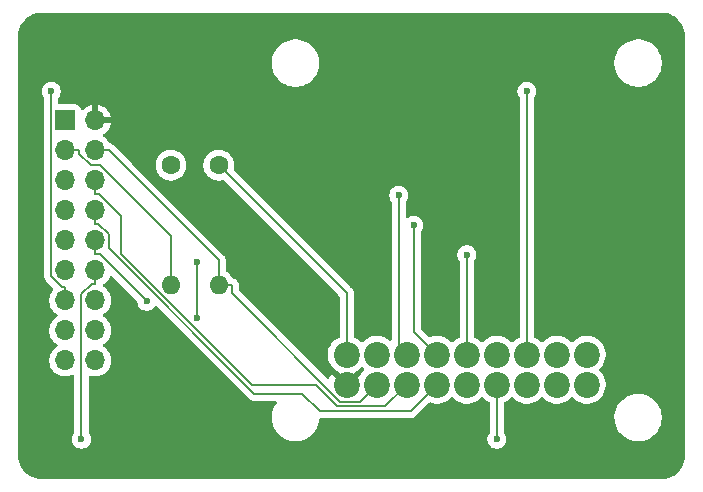
<source format=gbr>
%TF.GenerationSoftware,KiCad,Pcbnew,9.0.0*%
%TF.CreationDate,2025-03-24T14:10:48-05:00*%
%TF.ProjectId,DIIN-proyecto,4449494e-2d70-4726-9f79-6563746f2e6b,rev?*%
%TF.SameCoordinates,Original*%
%TF.FileFunction,Copper,L2,Bot*%
%TF.FilePolarity,Positive*%
%FSLAX46Y46*%
G04 Gerber Fmt 4.6, Leading zero omitted, Abs format (unit mm)*
G04 Created by KiCad (PCBNEW 9.0.0) date 2025-03-24 14:10:48*
%MOMM*%
%LPD*%
G01*
G04 APERTURE LIST*
%TA.AperFunction,ComponentPad*%
%ADD10O,1.700000X1.700000*%
%TD*%
%TA.AperFunction,ComponentPad*%
%ADD11R,1.700000X1.700000*%
%TD*%
%TA.AperFunction,ComponentPad*%
%ADD12O,1.600000X1.600000*%
%TD*%
%TA.AperFunction,ComponentPad*%
%ADD13C,1.600000*%
%TD*%
%TA.AperFunction,ComponentPad*%
%ADD14C,2.200000*%
%TD*%
%TA.AperFunction,ViaPad*%
%ADD15C,0.600000*%
%TD*%
%TA.AperFunction,Conductor*%
%ADD16C,0.200000*%
%TD*%
G04 APERTURE END LIST*
D10*
%TO.P,J1,18,Pin_18*%
%TO.N,PWDN*%
X140040000Y-72950000D03*
%TO.P,J1,17,Pin_17*%
%TO.N,RESET*%
X137500000Y-72950000D03*
%TO.P,J1,16,Pin_16*%
%TO.N,D0*%
X140040000Y-70410000D03*
%TO.P,J1,15,Pin_15*%
%TO.N,D1*%
X137500000Y-70410000D03*
%TO.P,J1,14,Pin_14*%
%TO.N,D2*%
X140040000Y-67870000D03*
%TO.P,J1,13,Pin_13*%
%TO.N,D3*%
X137500000Y-67870000D03*
%TO.P,J1,12,Pin_12*%
%TO.N,D4*%
X140040000Y-65330000D03*
%TO.P,J1,11,Pin_11*%
%TO.N,D5*%
X137500000Y-65330000D03*
%TO.P,J1,10,Pin_10*%
%TO.N,D6*%
X140040000Y-62790000D03*
%TO.P,J1,9,Pin_9*%
%TO.N,D7*%
X137500000Y-62790000D03*
%TO.P,J1,8,Pin_8*%
%TO.N,XCLK*%
X140040000Y-60250000D03*
%TO.P,J1,7,Pin_7*%
%TO.N,PCLK*%
X137500000Y-60250000D03*
%TO.P,J1,6,Pin_6*%
%TO.N,HREF*%
X140040000Y-57710000D03*
%TO.P,J1,5,Pin_5*%
%TO.N,VSYNC*%
X137500000Y-57710000D03*
%TO.P,J1,4,Pin_4*%
%TO.N,SOID*%
X140040000Y-55170000D03*
%TO.P,J1,3,Pin_3*%
%TO.N,SOIC*%
X137500000Y-55170000D03*
%TO.P,J1,2,Pin_2*%
%TO.N,GND*%
X140040000Y-52630000D03*
D11*
%TO.P,J1,1,Pin_1*%
%TO.N,+3.3V*%
X137500000Y-52630000D03*
%TD*%
D12*
%TO.P,R1,2*%
%TO.N,SOID*%
X150500000Y-66580000D03*
D13*
%TO.P,R1,1*%
%TO.N,+3.3V*%
X150500000Y-56420000D03*
%TD*%
D12*
%TO.P,R2,2*%
%TO.N,SOIC*%
X146450000Y-66580000D03*
D13*
%TO.P,R2,1*%
%TO.N,+3.3V*%
X146450000Y-56420000D03*
%TD*%
D14*
%TO.P,U9,1,+3.3V*%
%TO.N,+3.3V*%
X161350000Y-72470000D03*
%TO.P,U9,2,GND*%
%TO.N,GND*%
X161350000Y-75010000D03*
%TO.P,U9,3,SOIC*%
%TO.N,SOIC*%
X163890000Y-72470000D03*
%TO.P,U9,4,SOID*%
%TO.N,SOID*%
X163890000Y-75010000D03*
%TO.P,U9,5,VSYNC*%
%TO.N,VSYNC*%
X166430000Y-72470000D03*
%TO.P,U9,6,HREF*%
%TO.N,HREF*%
X166430000Y-75010000D03*
%TO.P,U9,7,PCLK*%
%TO.N,PCLK*%
X168970000Y-72470000D03*
%TO.P,U9,8,XCLK*%
%TO.N,XCLK*%
X168970000Y-75010000D03*
%TO.P,U9,9,D7*%
%TO.N,D7*%
X171510000Y-72470000D03*
%TO.P,U9,10,D6*%
%TO.N,D6*%
X171510000Y-75010000D03*
%TO.P,U9,11,D5*%
%TO.N,D5*%
X174050000Y-72470000D03*
%TO.P,U9,12,D4*%
%TO.N,D4*%
X174050000Y-75010000D03*
%TO.P,U9,13,D3*%
%TO.N,D3*%
X176590000Y-72470000D03*
%TO.P,U9,14,D2*%
%TO.N,D2*%
X176590000Y-75010000D03*
%TO.P,U9,15,D1*%
%TO.N,D1*%
X179130000Y-72470000D03*
%TO.P,U9,16,D0*%
%TO.N,D0*%
X179130000Y-75010000D03*
%TO.P,U9,17,RESET*%
%TO.N,RESET*%
X181670000Y-72470000D03*
%TO.P,U9,18,PWDN*%
%TO.N,PWDN*%
X181670000Y-75010000D03*
%TD*%
D15*
%TO.N,VSYNC*%
X165746800Y-58980000D03*
%TO.N,D3*%
X176590000Y-50167200D03*
X136319800Y-50167200D03*
%TO.N,D6*%
X144412300Y-67934700D03*
%TO.N,PCLK*%
X167025000Y-61520000D03*
%TO.N,D7*%
X171510000Y-64005900D03*
%TO.N,D4*%
X174050000Y-79622200D03*
X138877100Y-79622200D03*
%TO.N,D1*%
X148691800Y-64607600D03*
X148691700Y-69360600D03*
%TD*%
D16*
%TO.N,VSYNC*%
X165746800Y-71786800D02*
X165746800Y-58980000D01*
X166430000Y-72470000D02*
X165746800Y-71786800D01*
%TO.N,D3*%
X136319800Y-65826000D02*
X136319800Y-50167200D01*
X137212100Y-66718300D02*
X136319800Y-65826000D01*
X137500000Y-66718300D02*
X137212100Y-66718300D01*
X137500000Y-67870000D02*
X137500000Y-66718300D01*
X176590000Y-72470000D02*
X176590000Y-50167200D01*
%TO.N,XCLK*%
X140040000Y-60250000D02*
X140040000Y-61401700D01*
X166738500Y-77241500D02*
X168970000Y-75010000D01*
X159049500Y-77241500D02*
X166738500Y-77241500D01*
X157579800Y-75771800D02*
X159049500Y-77241500D01*
X153490500Y-75771800D02*
X157579800Y-75771800D01*
X141191700Y-63473000D02*
X153490500Y-75771800D01*
X141191700Y-62289800D02*
X141191700Y-63473000D01*
X140303600Y-61401700D02*
X141191700Y-62289800D01*
X140040000Y-61401700D02*
X140303600Y-61401700D01*
%TO.N,SOID*%
X150500000Y-66580000D02*
X150500000Y-65478300D01*
X140040000Y-55170000D02*
X141191700Y-55170000D01*
X151601700Y-67244000D02*
X151601700Y-66580000D01*
X160795800Y-76438100D02*
X151601700Y-67244000D01*
X162461900Y-76438100D02*
X160795800Y-76438100D01*
X163890000Y-75010000D02*
X162461900Y-76438100D01*
X150500000Y-66580000D02*
X151601700Y-66580000D01*
X150500000Y-64478300D02*
X141191700Y-55170000D01*
X150500000Y-65478300D02*
X150500000Y-64478300D01*
%TO.N,HREF*%
X140040000Y-57710000D02*
X140040000Y-58861700D01*
X164600200Y-76839800D02*
X166430000Y-75010000D01*
X160549300Y-76839800D02*
X164600200Y-76839800D01*
X158754700Y-75045200D02*
X160549300Y-76839800D01*
X153331900Y-75045200D02*
X158754700Y-75045200D01*
X142218200Y-63931500D02*
X153331900Y-75045200D01*
X142218200Y-60751900D02*
X142218200Y-63931500D01*
X140328000Y-58861700D02*
X142218200Y-60751900D01*
X140040000Y-58861700D02*
X140328000Y-58861700D01*
%TO.N,D6*%
X140419300Y-63941700D02*
X140040000Y-63941700D01*
X144412300Y-67934700D02*
X140419300Y-63941700D01*
X140040000Y-62790000D02*
X140040000Y-63941700D01*
%TO.N,SOIC*%
X137500000Y-55170000D02*
X138651700Y-55170000D01*
X146450000Y-62426200D02*
X146450000Y-66580000D01*
X140463800Y-56440000D02*
X146450000Y-62426200D01*
X139653200Y-56440000D02*
X140463800Y-56440000D01*
X138651700Y-55438500D02*
X139653200Y-56440000D01*
X138651700Y-55170000D02*
X138651700Y-55438500D01*
%TO.N,PCLK*%
X167025000Y-70525000D02*
X168970000Y-72470000D01*
X167025000Y-61520000D02*
X167025000Y-70525000D01*
%TO.N,D7*%
X171510000Y-72470000D02*
X171510000Y-64005900D01*
%TO.N,D4*%
X138877100Y-67356700D02*
X138877100Y-79622200D01*
X139752100Y-66481700D02*
X138877100Y-67356700D01*
X140040000Y-66481700D02*
X139752100Y-66481700D01*
X140040000Y-65330000D02*
X140040000Y-66481700D01*
X174050000Y-75010000D02*
X174050000Y-79622200D01*
%TO.N,D1*%
X148691800Y-69360600D02*
X148691800Y-64607600D01*
X148691700Y-69360600D02*
X148691800Y-69360600D01*
%TO.N,+3.3V*%
X161350000Y-67270000D02*
X150500000Y-56420000D01*
X161350000Y-72470000D02*
X161350000Y-67270000D01*
%TD*%
%TA.AperFunction,Conductor*%
%TO.N,GND*%
G36*
X162636974Y-73520743D02*
G01*
X162663334Y-73522629D01*
X162672387Y-73528447D01*
X162679427Y-73529979D01*
X162707681Y-73551130D01*
X162808870Y-73652319D01*
X162842355Y-73713642D01*
X162837371Y-73783334D01*
X162808870Y-73827681D01*
X162669205Y-73967345D01*
X162669201Y-73967350D01*
X162521131Y-74171152D01*
X162507948Y-74197023D01*
X162485147Y-74228404D01*
X161873787Y-74839764D01*
X161862518Y-74797708D01*
X161790110Y-74672292D01*
X161687708Y-74569890D01*
X161562292Y-74497482D01*
X161520232Y-74486212D01*
X162131594Y-73874851D01*
X162162975Y-73852051D01*
X162188845Y-73838870D01*
X162392656Y-73690793D01*
X162532319Y-73551130D01*
X162540264Y-73546791D01*
X162545690Y-73539544D01*
X162570449Y-73530309D01*
X162593642Y-73517645D01*
X162602671Y-73518290D01*
X162611154Y-73515127D01*
X162636974Y-73520743D01*
G37*
%TD.AperFunction*%
%TA.AperFunction,Conductor*%
G36*
X188004043Y-43500765D02*
G01*
X188252895Y-43517075D01*
X188268953Y-43519190D01*
X188476105Y-43560395D01*
X188509535Y-43567045D01*
X188525202Y-43571243D01*
X188694947Y-43628863D01*
X188757481Y-43650091D01*
X188772458Y-43656294D01*
X188981799Y-43759529D01*
X188992460Y-43764787D01*
X189006508Y-43772897D01*
X189210464Y-43909177D01*
X189223328Y-43919048D01*
X189407749Y-44080781D01*
X189419218Y-44092250D01*
X189580951Y-44276671D01*
X189590825Y-44289539D01*
X189727102Y-44493492D01*
X189735212Y-44507539D01*
X189843702Y-44727534D01*
X189849909Y-44742520D01*
X189928756Y-44974797D01*
X189932954Y-44990464D01*
X189980807Y-45231035D01*
X189982925Y-45247116D01*
X189999235Y-45495956D01*
X189999500Y-45504066D01*
X189999500Y-80995933D01*
X189999235Y-81004043D01*
X189982925Y-81252883D01*
X189980807Y-81268964D01*
X189932954Y-81509535D01*
X189928756Y-81525202D01*
X189849909Y-81757479D01*
X189843702Y-81772465D01*
X189735212Y-81992460D01*
X189727102Y-82006507D01*
X189590825Y-82210460D01*
X189580951Y-82223328D01*
X189419218Y-82407749D01*
X189407749Y-82419218D01*
X189223328Y-82580951D01*
X189210460Y-82590825D01*
X189006507Y-82727102D01*
X188992460Y-82735212D01*
X188772465Y-82843702D01*
X188757479Y-82849909D01*
X188525202Y-82928756D01*
X188509535Y-82932954D01*
X188268964Y-82980807D01*
X188252883Y-82982925D01*
X188004043Y-82999235D01*
X187995933Y-82999500D01*
X135504067Y-82999500D01*
X135495957Y-82999235D01*
X135247116Y-82982925D01*
X135231035Y-82980807D01*
X134990464Y-82932954D01*
X134974797Y-82928756D01*
X134742520Y-82849909D01*
X134727534Y-82843702D01*
X134507539Y-82735212D01*
X134493492Y-82727102D01*
X134289539Y-82590825D01*
X134276671Y-82580951D01*
X134092250Y-82419218D01*
X134080781Y-82407749D01*
X133919048Y-82223328D01*
X133909174Y-82210460D01*
X133772897Y-82006507D01*
X133764787Y-81992460D01*
X133658855Y-81777652D01*
X133656294Y-81772458D01*
X133650090Y-81757479D01*
X133571243Y-81525202D01*
X133567045Y-81509535D01*
X133559186Y-81470026D01*
X133519190Y-81268953D01*
X133517075Y-81252895D01*
X133500765Y-81004043D01*
X133500500Y-80995933D01*
X133500500Y-50088353D01*
X135519300Y-50088353D01*
X135519300Y-50246046D01*
X135550061Y-50400689D01*
X135550064Y-50400701D01*
X135610402Y-50546372D01*
X135610409Y-50546385D01*
X135698402Y-50678074D01*
X135719280Y-50744751D01*
X135719300Y-50746965D01*
X135719300Y-65739330D01*
X135719299Y-65739348D01*
X135719299Y-65905054D01*
X135719298Y-65905054D01*
X135719299Y-65905057D01*
X135754873Y-66037820D01*
X135760224Y-66057787D01*
X135772355Y-66078798D01*
X135772356Y-66078800D01*
X135839277Y-66194712D01*
X135839281Y-66194717D01*
X135958149Y-66313585D01*
X135958155Y-66313590D01*
X136464794Y-66820229D01*
X136498279Y-66881552D01*
X136493295Y-66951244D01*
X136472708Y-66986230D01*
X136472759Y-66986267D01*
X136472377Y-66986792D01*
X136471416Y-66988426D01*
X136469902Y-66990198D01*
X136344951Y-67162180D01*
X136248444Y-67351585D01*
X136182753Y-67553760D01*
X136149500Y-67763713D01*
X136149500Y-67976286D01*
X136179895Y-68168197D01*
X136182754Y-68186243D01*
X136246932Y-68383763D01*
X136248444Y-68388414D01*
X136344951Y-68577820D01*
X136469890Y-68749786D01*
X136620213Y-68900109D01*
X136792182Y-69025050D01*
X136800946Y-69029516D01*
X136851742Y-69077491D01*
X136868536Y-69145312D01*
X136845998Y-69211447D01*
X136800946Y-69250484D01*
X136792182Y-69254949D01*
X136620213Y-69379890D01*
X136469890Y-69530213D01*
X136344951Y-69702179D01*
X136248444Y-69891585D01*
X136182753Y-70093760D01*
X136149500Y-70303713D01*
X136149500Y-70516286D01*
X136163401Y-70604057D01*
X136182754Y-70726243D01*
X136242106Y-70908910D01*
X136248444Y-70928414D01*
X136344951Y-71117820D01*
X136469890Y-71289786D01*
X136620213Y-71440109D01*
X136792182Y-71565050D01*
X136800946Y-71569516D01*
X136851742Y-71617491D01*
X136868536Y-71685312D01*
X136845998Y-71751447D01*
X136800946Y-71790484D01*
X136792182Y-71794949D01*
X136620213Y-71919890D01*
X136469890Y-72070213D01*
X136344951Y-72242179D01*
X136248444Y-72431585D01*
X136182753Y-72633760D01*
X136149500Y-72843713D01*
X136149500Y-73056287D01*
X136182754Y-73266243D01*
X136196597Y-73308848D01*
X136248444Y-73468414D01*
X136344951Y-73657820D01*
X136469890Y-73829786D01*
X136620213Y-73980109D01*
X136792179Y-74105048D01*
X136792181Y-74105049D01*
X136792184Y-74105051D01*
X136981588Y-74201557D01*
X137183757Y-74267246D01*
X137393713Y-74300500D01*
X137393714Y-74300500D01*
X137606286Y-74300500D01*
X137606287Y-74300500D01*
X137816243Y-74267246D01*
X138018412Y-74201557D01*
X138027311Y-74197023D01*
X138096304Y-74161869D01*
X138164974Y-74148972D01*
X138229714Y-74175248D01*
X138269972Y-74232354D01*
X138276600Y-74272353D01*
X138276600Y-79042434D01*
X138256915Y-79109473D01*
X138255702Y-79111325D01*
X138167709Y-79243014D01*
X138167702Y-79243027D01*
X138107364Y-79388698D01*
X138107361Y-79388710D01*
X138076600Y-79543353D01*
X138076600Y-79701046D01*
X138107361Y-79855689D01*
X138107364Y-79855701D01*
X138167702Y-80001372D01*
X138167709Y-80001385D01*
X138255310Y-80132488D01*
X138255313Y-80132492D01*
X138366807Y-80243986D01*
X138366811Y-80243989D01*
X138497914Y-80331590D01*
X138497927Y-80331597D01*
X138643598Y-80391935D01*
X138643603Y-80391937D01*
X138798253Y-80422699D01*
X138798256Y-80422700D01*
X138798258Y-80422700D01*
X138955944Y-80422700D01*
X138955945Y-80422699D01*
X139110597Y-80391937D01*
X139256279Y-80331594D01*
X139387389Y-80243989D01*
X139498889Y-80132489D01*
X139586494Y-80001379D01*
X139646837Y-79855697D01*
X139677600Y-79701042D01*
X139677600Y-79543358D01*
X139677600Y-79543355D01*
X139677599Y-79543353D01*
X139646838Y-79388710D01*
X139646837Y-79388703D01*
X139646835Y-79388698D01*
X139586497Y-79243027D01*
X139586490Y-79243014D01*
X139498498Y-79111325D01*
X139477620Y-79044647D01*
X139477600Y-79042434D01*
X139477600Y-74357935D01*
X139497285Y-74290896D01*
X139550089Y-74245141D01*
X139619247Y-74235197D01*
X139639905Y-74240000D01*
X139723757Y-74267246D01*
X139933713Y-74300500D01*
X139933714Y-74300500D01*
X140146286Y-74300500D01*
X140146287Y-74300500D01*
X140356243Y-74267246D01*
X140558412Y-74201557D01*
X140747816Y-74105051D01*
X140797022Y-74069301D01*
X140919786Y-73980109D01*
X140919788Y-73980106D01*
X140919792Y-73980104D01*
X141070104Y-73829792D01*
X141070106Y-73829788D01*
X141070109Y-73829786D01*
X141195048Y-73657820D01*
X141195047Y-73657820D01*
X141195051Y-73657816D01*
X141291557Y-73468412D01*
X141357246Y-73266243D01*
X141390500Y-73056287D01*
X141390500Y-72843713D01*
X141357246Y-72633757D01*
X141291557Y-72431588D01*
X141195051Y-72242184D01*
X141195049Y-72242181D01*
X141195048Y-72242179D01*
X141070109Y-72070213D01*
X140919786Y-71919890D01*
X140747820Y-71794951D01*
X140747115Y-71794591D01*
X140739054Y-71790485D01*
X140688259Y-71742512D01*
X140671463Y-71674692D01*
X140693999Y-71608556D01*
X140739054Y-71569515D01*
X140747816Y-71565051D01*
X140844136Y-71495071D01*
X140919786Y-71440109D01*
X140919788Y-71440106D01*
X140919792Y-71440104D01*
X141070104Y-71289792D01*
X141070106Y-71289788D01*
X141070109Y-71289786D01*
X141195048Y-71117820D01*
X141195047Y-71117820D01*
X141195051Y-71117816D01*
X141291557Y-70928412D01*
X141357246Y-70726243D01*
X141390500Y-70516287D01*
X141390500Y-70303713D01*
X141357246Y-70093757D01*
X141291557Y-69891588D01*
X141195051Y-69702184D01*
X141195049Y-69702181D01*
X141195048Y-69702179D01*
X141070109Y-69530213D01*
X140919786Y-69379890D01*
X140747820Y-69254951D01*
X140747115Y-69254591D01*
X140739054Y-69250485D01*
X140688259Y-69202512D01*
X140671463Y-69134692D01*
X140693999Y-69068556D01*
X140739054Y-69029515D01*
X140747816Y-69025051D01*
X140816601Y-68975076D01*
X140919786Y-68900109D01*
X140919788Y-68900106D01*
X140919792Y-68900104D01*
X141070104Y-68749792D01*
X141070106Y-68749788D01*
X141070109Y-68749786D01*
X141195048Y-68577820D01*
X141195047Y-68577820D01*
X141195051Y-68577816D01*
X141291557Y-68388412D01*
X141357246Y-68186243D01*
X141390500Y-67976287D01*
X141390500Y-67763713D01*
X141357246Y-67553757D01*
X141291557Y-67351588D01*
X141195051Y-67162184D01*
X141195049Y-67162181D01*
X141195048Y-67162179D01*
X141070109Y-66990213D01*
X140919786Y-66839890D01*
X140747815Y-66714948D01*
X140747812Y-66714946D01*
X140739050Y-66710481D01*
X140688256Y-66662505D01*
X140671463Y-66594683D01*
X140694003Y-66528549D01*
X140739060Y-66489512D01*
X140747816Y-66485051D01*
X140747819Y-66485049D01*
X140919786Y-66360109D01*
X140919788Y-66360106D01*
X140919792Y-66360104D01*
X141070104Y-66209792D01*
X141070106Y-66209788D01*
X141070109Y-66209786D01*
X141195050Y-66037817D01*
X141199514Y-66029056D01*
X141276593Y-65877779D01*
X141324566Y-65826985D01*
X141392387Y-65810189D01*
X141458522Y-65832726D01*
X141474758Y-65846394D01*
X143577725Y-67949360D01*
X143611210Y-68010683D01*
X143611661Y-68012849D01*
X143642561Y-68168191D01*
X143642564Y-68168201D01*
X143702902Y-68313872D01*
X143702909Y-68313885D01*
X143790510Y-68444988D01*
X143790513Y-68444992D01*
X143902007Y-68556486D01*
X143902011Y-68556489D01*
X144033114Y-68644090D01*
X144033127Y-68644097D01*
X144178798Y-68704435D01*
X144178803Y-68704437D01*
X144333453Y-68735199D01*
X144333456Y-68735200D01*
X144333458Y-68735200D01*
X144491144Y-68735200D01*
X144491145Y-68735199D01*
X144645797Y-68704437D01*
X144791479Y-68644094D01*
X144922589Y-68556489D01*
X145034089Y-68444989D01*
X145042507Y-68432389D01*
X145062444Y-68402554D01*
X145116056Y-68357748D01*
X145185381Y-68349041D01*
X145248408Y-68379195D01*
X145253227Y-68383763D01*
X153121784Y-76252320D01*
X153121786Y-76252321D01*
X153121790Y-76252324D01*
X153258709Y-76331373D01*
X153258716Y-76331377D01*
X153411443Y-76372301D01*
X153411445Y-76372301D01*
X153577154Y-76372301D01*
X153577170Y-76372300D01*
X155317145Y-76372300D01*
X155384184Y-76391985D01*
X155429939Y-76444789D01*
X155439883Y-76513947D01*
X155415520Y-76571787D01*
X155343075Y-76666196D01*
X155211958Y-76893299D01*
X155211953Y-76893309D01*
X155111605Y-77135571D01*
X155111602Y-77135581D01*
X155043730Y-77388885D01*
X155009500Y-77648872D01*
X155009500Y-77911127D01*
X155014594Y-77949815D01*
X155043730Y-78171116D01*
X155065178Y-78251161D01*
X155111602Y-78424418D01*
X155111605Y-78424428D01*
X155211953Y-78666690D01*
X155211958Y-78666700D01*
X155343075Y-78893803D01*
X155502718Y-79101851D01*
X155502726Y-79101860D01*
X155688140Y-79287274D01*
X155688148Y-79287281D01*
X155896196Y-79446924D01*
X156123299Y-79578041D01*
X156123309Y-79578046D01*
X156365571Y-79678394D01*
X156365581Y-79678398D01*
X156618884Y-79746270D01*
X156878880Y-79780500D01*
X156878887Y-79780500D01*
X157141113Y-79780500D01*
X157141120Y-79780500D01*
X157401116Y-79746270D01*
X157654419Y-79678398D01*
X157896697Y-79578043D01*
X158123803Y-79446924D01*
X158331851Y-79287282D01*
X158331855Y-79287277D01*
X158331860Y-79287274D01*
X158517274Y-79101860D01*
X158517277Y-79101855D01*
X158517282Y-79101851D01*
X158676924Y-78893803D01*
X158808043Y-78666697D01*
X158908398Y-78424419D01*
X158976270Y-78171116D01*
X159005406Y-77949815D01*
X159005713Y-77949120D01*
X159005605Y-77948370D01*
X159019820Y-77917231D01*
X159033673Y-77885919D01*
X159034306Y-77885501D01*
X159034622Y-77884810D01*
X159063458Y-77866272D01*
X159091998Y-77847448D01*
X159092967Y-77847302D01*
X159093395Y-77847028D01*
X159120797Y-77843086D01*
X159120782Y-77842959D01*
X159120790Y-77842958D01*
X159122380Y-77842858D01*
X159127951Y-77842057D01*
X159128329Y-77842001D01*
X159128558Y-77842001D01*
X159128558Y-77842000D01*
X159136154Y-77842000D01*
X166651831Y-77842000D01*
X166651847Y-77842001D01*
X166659443Y-77842001D01*
X166817554Y-77842001D01*
X166817557Y-77842001D01*
X166970285Y-77801077D01*
X167020404Y-77772139D01*
X167107216Y-77722020D01*
X167219020Y-77610216D01*
X167219020Y-77610214D01*
X167229228Y-77600007D01*
X167229229Y-77600004D01*
X168287078Y-76542156D01*
X168348399Y-76508673D01*
X168413071Y-76511907D01*
X168558944Y-76559305D01*
X168595214Y-76571090D01*
X168628109Y-76576300D01*
X168844038Y-76610500D01*
X168844039Y-76610500D01*
X169095961Y-76610500D01*
X169095962Y-76610500D01*
X169344785Y-76571090D01*
X169584379Y-76493241D01*
X169808845Y-76378870D01*
X170012656Y-76230793D01*
X170152319Y-76091130D01*
X170213642Y-76057645D01*
X170283334Y-76062629D01*
X170327681Y-76091130D01*
X170467345Y-76230794D01*
X170467350Y-76230798D01*
X170605781Y-76331373D01*
X170671155Y-76378870D01*
X170814184Y-76451747D01*
X170895616Y-76493239D01*
X170895618Y-76493239D01*
X170895621Y-76493241D01*
X171135215Y-76571090D01*
X171384038Y-76610500D01*
X171384039Y-76610500D01*
X171635961Y-76610500D01*
X171635962Y-76610500D01*
X171884785Y-76571090D01*
X172124379Y-76493241D01*
X172348845Y-76378870D01*
X172552656Y-76230793D01*
X172692319Y-76091130D01*
X172753642Y-76057645D01*
X172823334Y-76062629D01*
X172867681Y-76091130D01*
X173007345Y-76230794D01*
X173007350Y-76230798D01*
X173145781Y-76331373D01*
X173211155Y-76378870D01*
X173381795Y-76465815D01*
X173432591Y-76513789D01*
X173449500Y-76576300D01*
X173449500Y-79042434D01*
X173429815Y-79109473D01*
X173428602Y-79111325D01*
X173340609Y-79243014D01*
X173340602Y-79243027D01*
X173280264Y-79388698D01*
X173280261Y-79388710D01*
X173249500Y-79543353D01*
X173249500Y-79701046D01*
X173280261Y-79855689D01*
X173280264Y-79855701D01*
X173340602Y-80001372D01*
X173340609Y-80001385D01*
X173428210Y-80132488D01*
X173428213Y-80132492D01*
X173539707Y-80243986D01*
X173539711Y-80243989D01*
X173670814Y-80331590D01*
X173670827Y-80331597D01*
X173816498Y-80391935D01*
X173816503Y-80391937D01*
X173971153Y-80422699D01*
X173971156Y-80422700D01*
X173971158Y-80422700D01*
X174128844Y-80422700D01*
X174128845Y-80422699D01*
X174283497Y-80391937D01*
X174429179Y-80331594D01*
X174560289Y-80243989D01*
X174671789Y-80132489D01*
X174759394Y-80001379D01*
X174819737Y-79855697D01*
X174850500Y-79701042D01*
X174850500Y-79543358D01*
X174850500Y-79543355D01*
X174850499Y-79543353D01*
X174819738Y-79388710D01*
X174819737Y-79388703D01*
X174819735Y-79388698D01*
X174759397Y-79243027D01*
X174759390Y-79243014D01*
X174671398Y-79111325D01*
X174650520Y-79044647D01*
X174650500Y-79042434D01*
X174650500Y-77648872D01*
X184009500Y-77648872D01*
X184009500Y-77911127D01*
X184014594Y-77949815D01*
X184043730Y-78171116D01*
X184065178Y-78251161D01*
X184111602Y-78424418D01*
X184111605Y-78424428D01*
X184211953Y-78666690D01*
X184211958Y-78666700D01*
X184343075Y-78893803D01*
X184502718Y-79101851D01*
X184502726Y-79101860D01*
X184688140Y-79287274D01*
X184688148Y-79287281D01*
X184896196Y-79446924D01*
X185123299Y-79578041D01*
X185123309Y-79578046D01*
X185365571Y-79678394D01*
X185365581Y-79678398D01*
X185618884Y-79746270D01*
X185878880Y-79780500D01*
X185878887Y-79780500D01*
X186141113Y-79780500D01*
X186141120Y-79780500D01*
X186401116Y-79746270D01*
X186654419Y-79678398D01*
X186896697Y-79578043D01*
X187123803Y-79446924D01*
X187331851Y-79287282D01*
X187331855Y-79287277D01*
X187331860Y-79287274D01*
X187517274Y-79101860D01*
X187517277Y-79101855D01*
X187517282Y-79101851D01*
X187676924Y-78893803D01*
X187808043Y-78666697D01*
X187908398Y-78424419D01*
X187976270Y-78171116D01*
X188010500Y-77911120D01*
X188010500Y-77648880D01*
X187976270Y-77388884D01*
X187908398Y-77135581D01*
X187810204Y-76898520D01*
X187808046Y-76893309D01*
X187808041Y-76893299D01*
X187676924Y-76666196D01*
X187517281Y-76458148D01*
X187517274Y-76458140D01*
X187331860Y-76272726D01*
X187331851Y-76272718D01*
X187123803Y-76113075D01*
X186896700Y-75981958D01*
X186896690Y-75981953D01*
X186654428Y-75881605D01*
X186654421Y-75881603D01*
X186654419Y-75881602D01*
X186401116Y-75813730D01*
X186343339Y-75806123D01*
X186141127Y-75779500D01*
X186141120Y-75779500D01*
X185878880Y-75779500D01*
X185878872Y-75779500D01*
X185647772Y-75809926D01*
X185618884Y-75813730D01*
X185365581Y-75881602D01*
X185365571Y-75881605D01*
X185123309Y-75981953D01*
X185123299Y-75981958D01*
X184896196Y-76113075D01*
X184688148Y-76272718D01*
X184502718Y-76458148D01*
X184343075Y-76666196D01*
X184211958Y-76893299D01*
X184211953Y-76893309D01*
X184111605Y-77135571D01*
X184111602Y-77135581D01*
X184043730Y-77388885D01*
X184009500Y-77648872D01*
X174650500Y-77648872D01*
X174650500Y-76576300D01*
X174670185Y-76509261D01*
X174718204Y-76465815D01*
X174888845Y-76378870D01*
X175092656Y-76230793D01*
X175232319Y-76091130D01*
X175293642Y-76057645D01*
X175363334Y-76062629D01*
X175407681Y-76091130D01*
X175547345Y-76230794D01*
X175547350Y-76230798D01*
X175685781Y-76331373D01*
X175751155Y-76378870D01*
X175894184Y-76451747D01*
X175975616Y-76493239D01*
X175975618Y-76493239D01*
X175975621Y-76493241D01*
X176215215Y-76571090D01*
X176464038Y-76610500D01*
X176464039Y-76610500D01*
X176715961Y-76610500D01*
X176715962Y-76610500D01*
X176964785Y-76571090D01*
X177204379Y-76493241D01*
X177428845Y-76378870D01*
X177632656Y-76230793D01*
X177772319Y-76091130D01*
X177833642Y-76057645D01*
X177903334Y-76062629D01*
X177947681Y-76091130D01*
X178087345Y-76230794D01*
X178087350Y-76230798D01*
X178225781Y-76331373D01*
X178291155Y-76378870D01*
X178434184Y-76451747D01*
X178515616Y-76493239D01*
X178515618Y-76493239D01*
X178515621Y-76493241D01*
X178755215Y-76571090D01*
X179004038Y-76610500D01*
X179004039Y-76610500D01*
X179255961Y-76610500D01*
X179255962Y-76610500D01*
X179504785Y-76571090D01*
X179744379Y-76493241D01*
X179968845Y-76378870D01*
X180172656Y-76230793D01*
X180312319Y-76091130D01*
X180373642Y-76057645D01*
X180443334Y-76062629D01*
X180487681Y-76091130D01*
X180627345Y-76230794D01*
X180627350Y-76230798D01*
X180765781Y-76331373D01*
X180831155Y-76378870D01*
X180974184Y-76451747D01*
X181055616Y-76493239D01*
X181055618Y-76493239D01*
X181055621Y-76493241D01*
X181295215Y-76571090D01*
X181544038Y-76610500D01*
X181544039Y-76610500D01*
X181795961Y-76610500D01*
X181795962Y-76610500D01*
X182044785Y-76571090D01*
X182284379Y-76493241D01*
X182508845Y-76378870D01*
X182712656Y-76230793D01*
X182890793Y-76052656D01*
X183038870Y-75848845D01*
X183153241Y-75624379D01*
X183231090Y-75384785D01*
X183270500Y-75135962D01*
X183270500Y-74884038D01*
X183231090Y-74635215D01*
X183153241Y-74395621D01*
X183153239Y-74395618D01*
X183153239Y-74395616D01*
X183090433Y-74272353D01*
X183038870Y-74171155D01*
X182954534Y-74055076D01*
X182890798Y-73967350D01*
X182890794Y-73967345D01*
X182751130Y-73827681D01*
X182717645Y-73766358D01*
X182722629Y-73696666D01*
X182751130Y-73652319D01*
X182890793Y-73512656D01*
X183038870Y-73308845D01*
X183153241Y-73084379D01*
X183231090Y-72844785D01*
X183270500Y-72595962D01*
X183270500Y-72344038D01*
X183231090Y-72095215D01*
X183153241Y-71855621D01*
X183153239Y-71855618D01*
X183153239Y-71855616D01*
X183084574Y-71720855D01*
X183038870Y-71631155D01*
X182954534Y-71515076D01*
X182890798Y-71427350D01*
X182890794Y-71427345D01*
X182712654Y-71249205D01*
X182712649Y-71249201D01*
X182508848Y-71101132D01*
X182508847Y-71101131D01*
X182508845Y-71101130D01*
X182438747Y-71065413D01*
X182284383Y-70986760D01*
X182044785Y-70908910D01*
X182011884Y-70903699D01*
X181795962Y-70869500D01*
X181544038Y-70869500D01*
X181419626Y-70889205D01*
X181295214Y-70908910D01*
X181055616Y-70986760D01*
X180831151Y-71101132D01*
X180627350Y-71249201D01*
X180627345Y-71249205D01*
X180487681Y-71388870D01*
X180426358Y-71422355D01*
X180356666Y-71417371D01*
X180312319Y-71388870D01*
X180172654Y-71249205D01*
X180172649Y-71249201D01*
X179968848Y-71101132D01*
X179968847Y-71101131D01*
X179968845Y-71101130D01*
X179898747Y-71065413D01*
X179744383Y-70986760D01*
X179504785Y-70908910D01*
X179471884Y-70903699D01*
X179255962Y-70869500D01*
X179004038Y-70869500D01*
X178879626Y-70889205D01*
X178755214Y-70908910D01*
X178515616Y-70986760D01*
X178291151Y-71101132D01*
X178087350Y-71249201D01*
X178087345Y-71249205D01*
X177947681Y-71388870D01*
X177886358Y-71422355D01*
X177816666Y-71417371D01*
X177772319Y-71388870D01*
X177632654Y-71249205D01*
X177632649Y-71249201D01*
X177428848Y-71101132D01*
X177428847Y-71101131D01*
X177428845Y-71101130D01*
X177359186Y-71065637D01*
X177258205Y-71014184D01*
X177207409Y-70966209D01*
X177190500Y-70903699D01*
X177190500Y-50746965D01*
X177210185Y-50679926D01*
X177211398Y-50678074D01*
X177299390Y-50546385D01*
X177299390Y-50546384D01*
X177299394Y-50546379D01*
X177359737Y-50400697D01*
X177390500Y-50246042D01*
X177390500Y-50088358D01*
X177390500Y-50088355D01*
X177390499Y-50088353D01*
X177359738Y-49933710D01*
X177359737Y-49933703D01*
X177359735Y-49933698D01*
X177299397Y-49788027D01*
X177299390Y-49788014D01*
X177211789Y-49656911D01*
X177211786Y-49656907D01*
X177100292Y-49545413D01*
X177100288Y-49545410D01*
X176969185Y-49457809D01*
X176969172Y-49457802D01*
X176823501Y-49397464D01*
X176823489Y-49397461D01*
X176668845Y-49366700D01*
X176668842Y-49366700D01*
X176511158Y-49366700D01*
X176511155Y-49366700D01*
X176356510Y-49397461D01*
X176356498Y-49397464D01*
X176210827Y-49457802D01*
X176210814Y-49457809D01*
X176079711Y-49545410D01*
X176079707Y-49545413D01*
X175968213Y-49656907D01*
X175968210Y-49656911D01*
X175880609Y-49788014D01*
X175880602Y-49788027D01*
X175820264Y-49933698D01*
X175820261Y-49933710D01*
X175789500Y-50088353D01*
X175789500Y-50246046D01*
X175820261Y-50400689D01*
X175820264Y-50400701D01*
X175880602Y-50546372D01*
X175880609Y-50546385D01*
X175968602Y-50678074D01*
X175989480Y-50744751D01*
X175989500Y-50746965D01*
X175989500Y-70903699D01*
X175969815Y-70970738D01*
X175921795Y-71014184D01*
X175751151Y-71101132D01*
X175547350Y-71249201D01*
X175547345Y-71249205D01*
X175407681Y-71388870D01*
X175346358Y-71422355D01*
X175276666Y-71417371D01*
X175232319Y-71388870D01*
X175092654Y-71249205D01*
X175092649Y-71249201D01*
X174888848Y-71101132D01*
X174888847Y-71101131D01*
X174888845Y-71101130D01*
X174818747Y-71065413D01*
X174664383Y-70986760D01*
X174424785Y-70908910D01*
X174391884Y-70903699D01*
X174175962Y-70869500D01*
X173924038Y-70869500D01*
X173799626Y-70889205D01*
X173675214Y-70908910D01*
X173435616Y-70986760D01*
X173211151Y-71101132D01*
X173007350Y-71249201D01*
X173007345Y-71249205D01*
X172867681Y-71388870D01*
X172806358Y-71422355D01*
X172736666Y-71417371D01*
X172692319Y-71388870D01*
X172552654Y-71249205D01*
X172552649Y-71249201D01*
X172348848Y-71101132D01*
X172348847Y-71101131D01*
X172348845Y-71101130D01*
X172279186Y-71065637D01*
X172178205Y-71014184D01*
X172127409Y-70966209D01*
X172110500Y-70903699D01*
X172110500Y-64585665D01*
X172130185Y-64518626D01*
X172131398Y-64516774D01*
X172219390Y-64385085D01*
X172219390Y-64385084D01*
X172219394Y-64385079D01*
X172223938Y-64374110D01*
X172254680Y-64299890D01*
X172279737Y-64239397D01*
X172310500Y-64084742D01*
X172310500Y-63927058D01*
X172310500Y-63927055D01*
X172310499Y-63927053D01*
X172279737Y-63772403D01*
X172242608Y-63682765D01*
X172219397Y-63626727D01*
X172219390Y-63626714D01*
X172131789Y-63495611D01*
X172131786Y-63495607D01*
X172020292Y-63384113D01*
X172020288Y-63384110D01*
X171889185Y-63296509D01*
X171889172Y-63296502D01*
X171743501Y-63236164D01*
X171743489Y-63236161D01*
X171588845Y-63205400D01*
X171588842Y-63205400D01*
X171431158Y-63205400D01*
X171431155Y-63205400D01*
X171276510Y-63236161D01*
X171276498Y-63236164D01*
X171130827Y-63296502D01*
X171130814Y-63296509D01*
X170999711Y-63384110D01*
X170999707Y-63384113D01*
X170888213Y-63495607D01*
X170888210Y-63495611D01*
X170800609Y-63626714D01*
X170800602Y-63626727D01*
X170740264Y-63772398D01*
X170740261Y-63772410D01*
X170709500Y-63927053D01*
X170709500Y-64084746D01*
X170740261Y-64239389D01*
X170740264Y-64239401D01*
X170800602Y-64385072D01*
X170800609Y-64385085D01*
X170888602Y-64516774D01*
X170909480Y-64583451D01*
X170909500Y-64585665D01*
X170909500Y-70903699D01*
X170889815Y-70970738D01*
X170841795Y-71014184D01*
X170671151Y-71101132D01*
X170467350Y-71249201D01*
X170467345Y-71249205D01*
X170327681Y-71388870D01*
X170266358Y-71422355D01*
X170196666Y-71417371D01*
X170152319Y-71388870D01*
X170012654Y-71249205D01*
X170012649Y-71249201D01*
X169808848Y-71101132D01*
X169808847Y-71101131D01*
X169808845Y-71101130D01*
X169738747Y-71065413D01*
X169584383Y-70986760D01*
X169344785Y-70908910D01*
X169311884Y-70903699D01*
X169095962Y-70869500D01*
X168844038Y-70869500D01*
X168719626Y-70889205D01*
X168595214Y-70908910D01*
X168535194Y-70928412D01*
X168413074Y-70968091D01*
X168343234Y-70970086D01*
X168287076Y-70937841D01*
X167661819Y-70312584D01*
X167628334Y-70251261D01*
X167625500Y-70224903D01*
X167625500Y-62099765D01*
X167645185Y-62032726D01*
X167646398Y-62030874D01*
X167658363Y-62012968D01*
X167734394Y-61899179D01*
X167794737Y-61753497D01*
X167825500Y-61598842D01*
X167825500Y-61441158D01*
X167825500Y-61441155D01*
X167825499Y-61441153D01*
X167794737Y-61286503D01*
X167792089Y-61280109D01*
X167734397Y-61140827D01*
X167734390Y-61140814D01*
X167646789Y-61009711D01*
X167646786Y-61009707D01*
X167535292Y-60898213D01*
X167535288Y-60898210D01*
X167404185Y-60810609D01*
X167404172Y-60810602D01*
X167258501Y-60750264D01*
X167258489Y-60750261D01*
X167103845Y-60719500D01*
X167103842Y-60719500D01*
X166946158Y-60719500D01*
X166946155Y-60719500D01*
X166791510Y-60750261D01*
X166791498Y-60750264D01*
X166645827Y-60810602D01*
X166645814Y-60810609D01*
X166540191Y-60881185D01*
X166473513Y-60902063D01*
X166406133Y-60883578D01*
X166359443Y-60831599D01*
X166347300Y-60778083D01*
X166347300Y-59559765D01*
X166366985Y-59492726D01*
X166368198Y-59490874D01*
X166456190Y-59359185D01*
X166456190Y-59359184D01*
X166456194Y-59359179D01*
X166516537Y-59213497D01*
X166547300Y-59058842D01*
X166547300Y-58901158D01*
X166547300Y-58901155D01*
X166547299Y-58901153D01*
X166516537Y-58746503D01*
X166513889Y-58740109D01*
X166456197Y-58600827D01*
X166456190Y-58600814D01*
X166368589Y-58469711D01*
X166368586Y-58469707D01*
X166257092Y-58358213D01*
X166257088Y-58358210D01*
X166125985Y-58270609D01*
X166125972Y-58270602D01*
X165980301Y-58210264D01*
X165980289Y-58210261D01*
X165825645Y-58179500D01*
X165825642Y-58179500D01*
X165667958Y-58179500D01*
X165667955Y-58179500D01*
X165513310Y-58210261D01*
X165513298Y-58210264D01*
X165367627Y-58270602D01*
X165367614Y-58270609D01*
X165236511Y-58358210D01*
X165236507Y-58358213D01*
X165125013Y-58469707D01*
X165125010Y-58469711D01*
X165037409Y-58600814D01*
X165037402Y-58600827D01*
X164977064Y-58746498D01*
X164977061Y-58746510D01*
X164946300Y-58901153D01*
X164946300Y-59058846D01*
X164977061Y-59213489D01*
X164977064Y-59213501D01*
X165037402Y-59359172D01*
X165037409Y-59359185D01*
X165125402Y-59490874D01*
X165146280Y-59557551D01*
X165146300Y-59559765D01*
X165146300Y-71163489D01*
X165126615Y-71230528D01*
X165073811Y-71276283D01*
X165004653Y-71286227D01*
X164941097Y-71257202D01*
X164934619Y-71251170D01*
X164932654Y-71249205D01*
X164932649Y-71249201D01*
X164728848Y-71101132D01*
X164728847Y-71101131D01*
X164728845Y-71101130D01*
X164658747Y-71065413D01*
X164504383Y-70986760D01*
X164264785Y-70908910D01*
X164231884Y-70903699D01*
X164015962Y-70869500D01*
X163764038Y-70869500D01*
X163639626Y-70889205D01*
X163515214Y-70908910D01*
X163275616Y-70986760D01*
X163051151Y-71101132D01*
X162847350Y-71249201D01*
X162847345Y-71249205D01*
X162707681Y-71388870D01*
X162646358Y-71422355D01*
X162576666Y-71417371D01*
X162532319Y-71388870D01*
X162392654Y-71249205D01*
X162392649Y-71249201D01*
X162188848Y-71101132D01*
X162188847Y-71101131D01*
X162188845Y-71101130D01*
X162119186Y-71065637D01*
X162018205Y-71014184D01*
X161967409Y-70966209D01*
X161950500Y-70903699D01*
X161950500Y-67190945D01*
X161950500Y-67190943D01*
X161922653Y-67087016D01*
X161909577Y-67038215D01*
X161858694Y-66950084D01*
X161858693Y-66950082D01*
X161830522Y-66901287D01*
X161830521Y-66901286D01*
X161830520Y-66901284D01*
X161718716Y-66789480D01*
X161718715Y-66789479D01*
X161714385Y-66785149D01*
X161714374Y-66785139D01*
X151794077Y-56864842D01*
X151760592Y-56803519D01*
X151763828Y-56738841D01*
X151764079Y-56738069D01*
X151768477Y-56724534D01*
X151800500Y-56522352D01*
X151800500Y-56317648D01*
X151781178Y-56195657D01*
X151768477Y-56115465D01*
X151705218Y-55920776D01*
X151671503Y-55854607D01*
X151612287Y-55738390D01*
X151604556Y-55727749D01*
X151491971Y-55572786D01*
X151347213Y-55428028D01*
X151181613Y-55307715D01*
X151181612Y-55307714D01*
X151181610Y-55307713D01*
X151124653Y-55278691D01*
X150999223Y-55214781D01*
X150804534Y-55151522D01*
X150629995Y-55123878D01*
X150602352Y-55119500D01*
X150397648Y-55119500D01*
X150373329Y-55123351D01*
X150195465Y-55151522D01*
X150000776Y-55214781D01*
X149818386Y-55307715D01*
X149652786Y-55428028D01*
X149508028Y-55572786D01*
X149387715Y-55738386D01*
X149294781Y-55920776D01*
X149231522Y-56115465D01*
X149199500Y-56317648D01*
X149199500Y-56522351D01*
X149231522Y-56724534D01*
X149294781Y-56919223D01*
X149341517Y-57010946D01*
X149364472Y-57055998D01*
X149387715Y-57101613D01*
X149508028Y-57267213D01*
X149652786Y-57411971D01*
X149807749Y-57524556D01*
X149818390Y-57532287D01*
X149934607Y-57591503D01*
X150000776Y-57625218D01*
X150000778Y-57625218D01*
X150000781Y-57625220D01*
X150105137Y-57659127D01*
X150195465Y-57688477D01*
X150296557Y-57704488D01*
X150397648Y-57720500D01*
X150397649Y-57720500D01*
X150602351Y-57720500D01*
X150602352Y-57720500D01*
X150804534Y-57688477D01*
X150818842Y-57683827D01*
X150888682Y-57681831D01*
X150944842Y-57714077D01*
X160713181Y-67482416D01*
X160746666Y-67543739D01*
X160749500Y-67570097D01*
X160749500Y-70903699D01*
X160729815Y-70970738D01*
X160681795Y-71014184D01*
X160511151Y-71101132D01*
X160307350Y-71249201D01*
X160307345Y-71249205D01*
X160129205Y-71427345D01*
X160129201Y-71427350D01*
X159981132Y-71631151D01*
X159866760Y-71855616D01*
X159788910Y-72095214D01*
X159749500Y-72344038D01*
X159749500Y-72595961D01*
X159788910Y-72844785D01*
X159866760Y-73084383D01*
X159981132Y-73308848D01*
X160129201Y-73512649D01*
X160129205Y-73512654D01*
X160307345Y-73690794D01*
X160307350Y-73690798D01*
X160511153Y-73838869D01*
X160537018Y-73852048D01*
X160568405Y-73874852D01*
X161179765Y-74486212D01*
X161137708Y-74497482D01*
X161012292Y-74569890D01*
X160909890Y-74672292D01*
X160837482Y-74797708D01*
X160826212Y-74839765D01*
X160055748Y-74069300D01*
X160055747Y-74069301D01*
X159981559Y-74171413D01*
X159867220Y-74395813D01*
X159864887Y-74402993D01*
X159825444Y-74460664D01*
X159761083Y-74487856D01*
X159692238Y-74475935D01*
X159659279Y-74452344D01*
X152238519Y-67031584D01*
X152205034Y-66970261D01*
X152202200Y-66943903D01*
X152202200Y-66500945D01*
X152202200Y-66500943D01*
X152161277Y-66348216D01*
X152083756Y-66213944D01*
X152082224Y-66211290D01*
X152082218Y-66211282D01*
X151970417Y-66099481D01*
X151970409Y-66099475D01*
X151833490Y-66020426D01*
X151833485Y-66020423D01*
X151702650Y-65985366D01*
X151642990Y-65949000D01*
X151624260Y-65921887D01*
X151612286Y-65898388D01*
X151491971Y-65732786D01*
X151347213Y-65588028D01*
X151181610Y-65467712D01*
X151168200Y-65460879D01*
X151117406Y-65412903D01*
X151100500Y-65350397D01*
X151100500Y-64399245D01*
X151100499Y-64399241D01*
X151093762Y-64374098D01*
X151092115Y-64367949D01*
X151059577Y-64246515D01*
X150998369Y-64140500D01*
X150980520Y-64109584D01*
X150868716Y-63997780D01*
X150868713Y-63997778D01*
X143188583Y-56317648D01*
X145149500Y-56317648D01*
X145149500Y-56522351D01*
X145181522Y-56724534D01*
X145244781Y-56919223D01*
X145291517Y-57010946D01*
X145314472Y-57055998D01*
X145337715Y-57101613D01*
X145458028Y-57267213D01*
X145602786Y-57411971D01*
X145757749Y-57524556D01*
X145768390Y-57532287D01*
X145884607Y-57591503D01*
X145950776Y-57625218D01*
X145950778Y-57625218D01*
X145950781Y-57625220D01*
X146055137Y-57659127D01*
X146145465Y-57688477D01*
X146246557Y-57704488D01*
X146347648Y-57720500D01*
X146347649Y-57720500D01*
X146552351Y-57720500D01*
X146552352Y-57720500D01*
X146754534Y-57688477D01*
X146949219Y-57625220D01*
X147131610Y-57532287D01*
X147224590Y-57464732D01*
X147297213Y-57411971D01*
X147297215Y-57411968D01*
X147297219Y-57411966D01*
X147441966Y-57267219D01*
X147441968Y-57267215D01*
X147441971Y-57267213D01*
X147496915Y-57191588D01*
X147562287Y-57101610D01*
X147655220Y-56919219D01*
X147718477Y-56724534D01*
X147750500Y-56522352D01*
X147750500Y-56317648D01*
X147731178Y-56195657D01*
X147718477Y-56115465D01*
X147655218Y-55920776D01*
X147621503Y-55854607D01*
X147562287Y-55738390D01*
X147554556Y-55727749D01*
X147441971Y-55572786D01*
X147297213Y-55428028D01*
X147131613Y-55307715D01*
X147131612Y-55307714D01*
X147131610Y-55307713D01*
X147074653Y-55278691D01*
X146949223Y-55214781D01*
X146754534Y-55151522D01*
X146579995Y-55123878D01*
X146552352Y-55119500D01*
X146347648Y-55119500D01*
X146323329Y-55123351D01*
X146145465Y-55151522D01*
X145950776Y-55214781D01*
X145768386Y-55307715D01*
X145602786Y-55428028D01*
X145458028Y-55572786D01*
X145337715Y-55738386D01*
X145244781Y-55920776D01*
X145181522Y-56115465D01*
X145149500Y-56317648D01*
X143188583Y-56317648D01*
X141679290Y-54808355D01*
X141679288Y-54808352D01*
X141560417Y-54689481D01*
X141560416Y-54689480D01*
X141473604Y-54639360D01*
X141423485Y-54610423D01*
X141294424Y-54575840D01*
X141289257Y-54573952D01*
X141265398Y-54556334D01*
X141240072Y-54540897D01*
X141235469Y-54534234D01*
X141233050Y-54532448D01*
X141231596Y-54528627D01*
X141221342Y-54513783D01*
X141195051Y-54462184D01*
X141187023Y-54451134D01*
X141070109Y-54290213D01*
X140919786Y-54139890D01*
X140747817Y-54014949D01*
X140738504Y-54010204D01*
X140687707Y-53962230D01*
X140670912Y-53894409D01*
X140693449Y-53828274D01*
X140738507Y-53789232D01*
X140747558Y-53784620D01*
X140919459Y-53659727D01*
X140919464Y-53659723D01*
X141069723Y-53509464D01*
X141069727Y-53509459D01*
X141194620Y-53337557D01*
X141291095Y-53148217D01*
X141356757Y-52946129D01*
X141356757Y-52946126D01*
X141367231Y-52880000D01*
X140473012Y-52880000D01*
X140505925Y-52822993D01*
X140540000Y-52695826D01*
X140540000Y-52564174D01*
X140505925Y-52437007D01*
X140473012Y-52380000D01*
X141367231Y-52380000D01*
X141356757Y-52313873D01*
X141356757Y-52313870D01*
X141291095Y-52111782D01*
X141194620Y-51922442D01*
X141069727Y-51750540D01*
X141069723Y-51750535D01*
X140919464Y-51600276D01*
X140919459Y-51600272D01*
X140747557Y-51475379D01*
X140558215Y-51378903D01*
X140356124Y-51313241D01*
X140290000Y-51302768D01*
X140290000Y-52196988D01*
X140232993Y-52164075D01*
X140105826Y-52130000D01*
X139974174Y-52130000D01*
X139847007Y-52164075D01*
X139790000Y-52196988D01*
X139790000Y-51302768D01*
X139789999Y-51302768D01*
X139723875Y-51313241D01*
X139521784Y-51378903D01*
X139332442Y-51475379D01*
X139160541Y-51600271D01*
X139046865Y-51713947D01*
X138985542Y-51747431D01*
X138915850Y-51742447D01*
X138859917Y-51700575D01*
X138843002Y-51669598D01*
X138793797Y-51537671D01*
X138793793Y-51537664D01*
X138707547Y-51422455D01*
X138707544Y-51422452D01*
X138592335Y-51336206D01*
X138592328Y-51336202D01*
X138457482Y-51285908D01*
X138457483Y-51285908D01*
X138397883Y-51279501D01*
X138397881Y-51279500D01*
X138397873Y-51279500D01*
X138397865Y-51279500D01*
X137044300Y-51279500D01*
X136977261Y-51259815D01*
X136931506Y-51207011D01*
X136920300Y-51155500D01*
X136920300Y-50746965D01*
X136939985Y-50679926D01*
X136941198Y-50678074D01*
X137029190Y-50546385D01*
X137029190Y-50546384D01*
X137029194Y-50546379D01*
X137089537Y-50400697D01*
X137120300Y-50246042D01*
X137120300Y-50088358D01*
X137120300Y-50088355D01*
X137120299Y-50088353D01*
X137089538Y-49933710D01*
X137089537Y-49933703D01*
X137089535Y-49933698D01*
X137029197Y-49788027D01*
X137029190Y-49788014D01*
X136941589Y-49656911D01*
X136941586Y-49656907D01*
X136830092Y-49545413D01*
X136830088Y-49545410D01*
X136698985Y-49457809D01*
X136698972Y-49457802D01*
X136553301Y-49397464D01*
X136553289Y-49397461D01*
X136398645Y-49366700D01*
X136398642Y-49366700D01*
X136240958Y-49366700D01*
X136240955Y-49366700D01*
X136086310Y-49397461D01*
X136086298Y-49397464D01*
X135940627Y-49457802D01*
X135940614Y-49457809D01*
X135809511Y-49545410D01*
X135809507Y-49545413D01*
X135698013Y-49656907D01*
X135698010Y-49656911D01*
X135610409Y-49788014D01*
X135610402Y-49788027D01*
X135550064Y-49933698D01*
X135550061Y-49933710D01*
X135519300Y-50088353D01*
X133500500Y-50088353D01*
X133500500Y-47648872D01*
X155009500Y-47648872D01*
X155009500Y-47911127D01*
X155030436Y-48070140D01*
X155043730Y-48171116D01*
X155065178Y-48251161D01*
X155111602Y-48424418D01*
X155111605Y-48424428D01*
X155211953Y-48666690D01*
X155211958Y-48666700D01*
X155343075Y-48893803D01*
X155502718Y-49101851D01*
X155502726Y-49101860D01*
X155688140Y-49287274D01*
X155688148Y-49287281D01*
X155896196Y-49446924D01*
X156123299Y-49578041D01*
X156123309Y-49578046D01*
X156365571Y-49678394D01*
X156365581Y-49678398D01*
X156618884Y-49746270D01*
X156878880Y-49780500D01*
X156878887Y-49780500D01*
X157141113Y-49780500D01*
X157141120Y-49780500D01*
X157401116Y-49746270D01*
X157654419Y-49678398D01*
X157896697Y-49578043D01*
X158123803Y-49446924D01*
X158331851Y-49287282D01*
X158331855Y-49287277D01*
X158331860Y-49287274D01*
X158517274Y-49101860D01*
X158517277Y-49101855D01*
X158517282Y-49101851D01*
X158676924Y-48893803D01*
X158808043Y-48666697D01*
X158908398Y-48424419D01*
X158976270Y-48171116D01*
X159010500Y-47911120D01*
X159010500Y-47648880D01*
X159010499Y-47648872D01*
X184009500Y-47648872D01*
X184009500Y-47911127D01*
X184030436Y-48070140D01*
X184043730Y-48171116D01*
X184065178Y-48251161D01*
X184111602Y-48424418D01*
X184111605Y-48424428D01*
X184211953Y-48666690D01*
X184211958Y-48666700D01*
X184343075Y-48893803D01*
X184502718Y-49101851D01*
X184502726Y-49101860D01*
X184688140Y-49287274D01*
X184688148Y-49287281D01*
X184896196Y-49446924D01*
X185123299Y-49578041D01*
X185123309Y-49578046D01*
X185365571Y-49678394D01*
X185365581Y-49678398D01*
X185618884Y-49746270D01*
X185878880Y-49780500D01*
X185878887Y-49780500D01*
X186141113Y-49780500D01*
X186141120Y-49780500D01*
X186401116Y-49746270D01*
X186654419Y-49678398D01*
X186896697Y-49578043D01*
X187123803Y-49446924D01*
X187331851Y-49287282D01*
X187331855Y-49287277D01*
X187331860Y-49287274D01*
X187517274Y-49101860D01*
X187517277Y-49101855D01*
X187517282Y-49101851D01*
X187676924Y-48893803D01*
X187808043Y-48666697D01*
X187908398Y-48424419D01*
X187976270Y-48171116D01*
X188010500Y-47911120D01*
X188010500Y-47648880D01*
X187976270Y-47388884D01*
X187908398Y-47135581D01*
X187810204Y-46898520D01*
X187808046Y-46893309D01*
X187808041Y-46893299D01*
X187676924Y-46666196D01*
X187517281Y-46458148D01*
X187517274Y-46458140D01*
X187331860Y-46272726D01*
X187331851Y-46272718D01*
X187123803Y-46113075D01*
X186896700Y-45981958D01*
X186896690Y-45981953D01*
X186654428Y-45881605D01*
X186654421Y-45881603D01*
X186654419Y-45881602D01*
X186401116Y-45813730D01*
X186343339Y-45806123D01*
X186141127Y-45779500D01*
X186141120Y-45779500D01*
X185878880Y-45779500D01*
X185878872Y-45779500D01*
X185647772Y-45809926D01*
X185618884Y-45813730D01*
X185365581Y-45881602D01*
X185365571Y-45881605D01*
X185123309Y-45981953D01*
X185123299Y-45981958D01*
X184896196Y-46113075D01*
X184688148Y-46272718D01*
X184502718Y-46458148D01*
X184343075Y-46666196D01*
X184211958Y-46893299D01*
X184211953Y-46893309D01*
X184111605Y-47135571D01*
X184111602Y-47135581D01*
X184043730Y-47388885D01*
X184009500Y-47648872D01*
X159010499Y-47648872D01*
X158976270Y-47388884D01*
X158908398Y-47135581D01*
X158810204Y-46898520D01*
X158808046Y-46893309D01*
X158808041Y-46893299D01*
X158676924Y-46666196D01*
X158517281Y-46458148D01*
X158517274Y-46458140D01*
X158331860Y-46272726D01*
X158331851Y-46272718D01*
X158123803Y-46113075D01*
X157896700Y-45981958D01*
X157896690Y-45981953D01*
X157654428Y-45881605D01*
X157654421Y-45881603D01*
X157654419Y-45881602D01*
X157401116Y-45813730D01*
X157343339Y-45806123D01*
X157141127Y-45779500D01*
X157141120Y-45779500D01*
X156878880Y-45779500D01*
X156878872Y-45779500D01*
X156647772Y-45809926D01*
X156618884Y-45813730D01*
X156365581Y-45881602D01*
X156365571Y-45881605D01*
X156123309Y-45981953D01*
X156123299Y-45981958D01*
X155896196Y-46113075D01*
X155688148Y-46272718D01*
X155502718Y-46458148D01*
X155343075Y-46666196D01*
X155211958Y-46893299D01*
X155211953Y-46893309D01*
X155111605Y-47135571D01*
X155111602Y-47135581D01*
X155043730Y-47388885D01*
X155009500Y-47648872D01*
X133500500Y-47648872D01*
X133500500Y-45504066D01*
X133500765Y-45495956D01*
X133504819Y-45434108D01*
X133517075Y-45247102D01*
X133519190Y-45231048D01*
X133567045Y-44990462D01*
X133571243Y-44974797D01*
X133594337Y-44906762D01*
X133650093Y-44742512D01*
X133656291Y-44727547D01*
X133764790Y-44507533D01*
X133772893Y-44493498D01*
X133909182Y-44289527D01*
X133919039Y-44276681D01*
X134080786Y-44092244D01*
X134092244Y-44080786D01*
X134276681Y-43919039D01*
X134289527Y-43909182D01*
X134493498Y-43772893D01*
X134507533Y-43764790D01*
X134727547Y-43656291D01*
X134742512Y-43650093D01*
X134906762Y-43594337D01*
X134974797Y-43571243D01*
X134990464Y-43567045D01*
X135231048Y-43519190D01*
X135247102Y-43517075D01*
X135495957Y-43500765D01*
X135504067Y-43500500D01*
X135565892Y-43500500D01*
X187934108Y-43500500D01*
X187995933Y-43500500D01*
X188004043Y-43500765D01*
G37*
%TD.AperFunction*%
%TD*%
M02*

</source>
